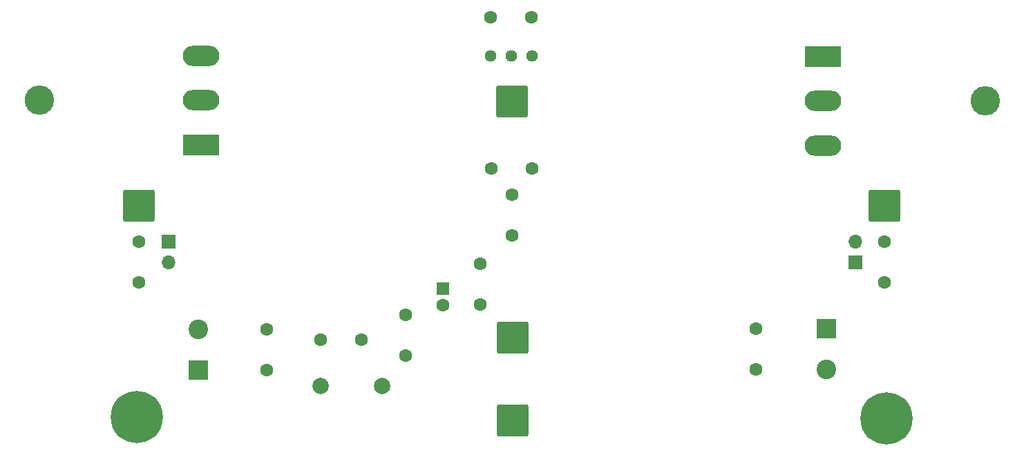
<source format=gbr>
G04 #@! TF.GenerationSoftware,KiCad,Pcbnew,(6.0.0-0)*
G04 #@! TF.CreationDate,2021-12-28T19:59:02+01:00*
G04 #@! TF.ProjectId,amp-mosfet-80w,616d702d-6d6f-4736-9665-742d3830772e,rev?*
G04 #@! TF.SameCoordinates,Original*
G04 #@! TF.FileFunction,Soldermask,Bot*
G04 #@! TF.FilePolarity,Negative*
%FSLAX46Y46*%
G04 Gerber Fmt 4.6, Leading zero omitted, Abs format (unit mm)*
G04 Created by KiCad (PCBNEW (6.0.0-0)) date 2021-12-28 19:59:02*
%MOMM*%
%LPD*%
G01*
G04 APERTURE LIST*
G04 Aperture macros list*
%AMRoundRect*
0 Rectangle with rounded corners*
0 $1 Rounding radius*
0 $2 $3 $4 $5 $6 $7 $8 $9 X,Y pos of 4 corners*
0 Add a 4 corners polygon primitive as box body*
4,1,4,$2,$3,$4,$5,$6,$7,$8,$9,$2,$3,0*
0 Add four circle primitives for the rounded corners*
1,1,$1+$1,$2,$3*
1,1,$1+$1,$4,$5*
1,1,$1+$1,$6,$7*
1,1,$1+$1,$8,$9*
0 Add four rect primitives between the rounded corners*
20,1,$1+$1,$2,$3,$4,$5,0*
20,1,$1+$1,$4,$5,$6,$7,0*
20,1,$1+$1,$6,$7,$8,$9,0*
20,1,$1+$1,$8,$9,$2,$3,0*%
G04 Aperture macros list end*
%ADD10C,1.600000*%
%ADD11R,1.600000X1.600000*%
%ADD12R,2.400000X2.400000*%
%ADD13C,2.400000*%
%ADD14C,2.000000*%
%ADD15RoundRect,0.250001X-1.699999X-1.699999X1.699999X-1.699999X1.699999X1.699999X-1.699999X1.699999X0*%
%ADD16R,1.700000X1.700000*%
%ADD17O,1.700000X1.700000*%
%ADD18C,6.400000*%
%ADD19C,0.800000*%
%ADD20C,1.440000*%
%ADD21O,3.600000X3.600000*%
%ADD22R,4.500000X2.500000*%
%ADD23O,4.500000X2.500000*%
G04 APERTURE END LIST*
D10*
X140890000Y-86106000D03*
X135890000Y-86106000D03*
X146367500Y-83121500D03*
X146367500Y-88121500D03*
X161798000Y-65151000D03*
X156798000Y-65151000D03*
D11*
X150939500Y-79883000D03*
D10*
X150939500Y-81883000D03*
X155448000Y-76835000D03*
X155448000Y-81835000D03*
X189230000Y-84789000D03*
X189230000Y-89789000D03*
D12*
X197866000Y-84772500D03*
D13*
X197866000Y-89772500D03*
D10*
X159385000Y-68326000D03*
X159385000Y-73326000D03*
D14*
X135890000Y-91821000D03*
X143446500Y-91821000D03*
D15*
X204978000Y-69723000D03*
X159385000Y-56896000D03*
X159448500Y-85852000D03*
X159448500Y-96012000D03*
D16*
X201485500Y-76644500D03*
D17*
X201485500Y-74104500D03*
D18*
X113411000Y-95631000D03*
D19*
X113411000Y-93231000D03*
X113411000Y-98031000D03*
X111713944Y-93933944D03*
X111011000Y-95631000D03*
X115108056Y-93933944D03*
X111713944Y-97328056D03*
X115108056Y-97328056D03*
X115811000Y-95631000D03*
X203534944Y-94060944D03*
X206929056Y-97455056D03*
D18*
X205232000Y-95758000D03*
D19*
X202832000Y-95758000D03*
X205232000Y-98158000D03*
X203534944Y-97455056D03*
X206929056Y-94060944D03*
X205232000Y-93358000D03*
X207632000Y-95758000D03*
D10*
X204978000Y-74104500D03*
X204978000Y-79104500D03*
X129286000Y-89836000D03*
X129286000Y-84836000D03*
D12*
X120904000Y-89836000D03*
D13*
X120904000Y-84836000D03*
D15*
X113665000Y-69723000D03*
D16*
X117284500Y-74104500D03*
D17*
X117284500Y-76644500D03*
D10*
X113665000Y-79104500D03*
X113665000Y-74104500D03*
X156718000Y-46609000D03*
X161718000Y-46609000D03*
D20*
X161798000Y-51308000D03*
X159258000Y-51308000D03*
X156718000Y-51308000D03*
D21*
X101425000Y-56780000D03*
D22*
X121285000Y-62230000D03*
D23*
X121285000Y-56780000D03*
X121285000Y-51330000D03*
D21*
X217345000Y-56885000D03*
D22*
X197485000Y-51435000D03*
D23*
X197485000Y-56885000D03*
X197485000Y-62335000D03*
M02*

</source>
